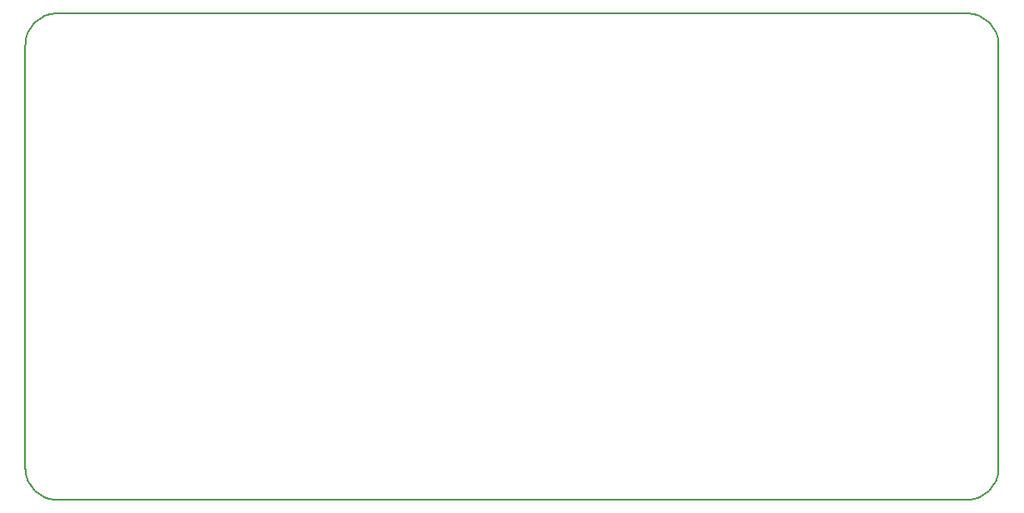
<source format=gbr>
%FSLAX34Y34*%
G04 Gerber Fmt 3.4, Leading zero omitted, Abs format*
G04 (created by PCBNEW (2014-06-12 BZR 4942)-product) date Sat 14 Jun 2014 04:59:07 AM CEST*
%MOIN*%
G01*
G70*
G90*
G04 APERTURE LIST*
%ADD10C,0.005906*%
%ADD11C,0.007874*%
G04 APERTURE END LIST*
G54D10*
G54D11*
X8250Y-43500D02*
G75*
G03X9500Y-44750I1250J0D01*
G74*
G01*
X46000Y-44750D02*
G75*
G03X47250Y-43500I0J1250D01*
G74*
G01*
X47250Y-26500D02*
G75*
G03X46000Y-25250I-1250J0D01*
G74*
G01*
X9500Y-25250D02*
G75*
G03X8250Y-26500I0J-1250D01*
G74*
G01*
X9500Y-44750D02*
X46000Y-44750D01*
X8250Y-26500D02*
X8250Y-43500D01*
X46000Y-25250D02*
X9500Y-25250D01*
X47250Y-43500D02*
X47250Y-26500D01*
M02*

</source>
